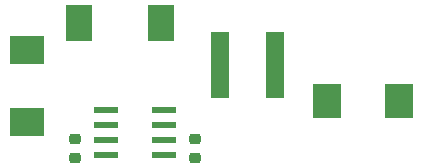
<source format=gtp>
%TF.GenerationSoftware,KiCad,Pcbnew,(6.99.0)*%
%TF.CreationDate,2023-03-13T14:23:59-07:00*%
%TF.ProjectId,emg-voltage-regulator,656d672d-766f-46c7-9461-67652d726567,rev?*%
%TF.SameCoordinates,Original*%
%TF.FileFunction,Paste,Top*%
%TF.FilePolarity,Positive*%
%FSLAX46Y46*%
G04 Gerber Fmt 4.6, Leading zero omitted, Abs format (unit mm)*
G04 Created by KiCad (PCBNEW (6.99.0)) date 2023-03-13 14:23:59*
%MOMM*%
%LPD*%
G01*
G04 APERTURE LIST*
G04 Aperture macros list*
%AMRoundRect*
0 Rectangle with rounded corners*
0 $1 Rounding radius*
0 $2 $3 $4 $5 $6 $7 $8 $9 X,Y pos of 4 corners*
0 Add a 4 corners polygon primitive as box body*
4,1,4,$2,$3,$4,$5,$6,$7,$8,$9,$2,$3,0*
0 Add four circle primitives for the rounded corners*
1,1,$1+$1,$2,$3*
1,1,$1+$1,$4,$5*
1,1,$1+$1,$6,$7*
1,1,$1+$1,$8,$9*
0 Add four rect primitives between the rounded corners*
20,1,$1+$1,$2,$3,$4,$5,0*
20,1,$1+$1,$4,$5,$6,$7,0*
20,1,$1+$1,$6,$7,$8,$9,0*
20,1,$1+$1,$8,$9,$2,$3,0*%
G04 Aperture macros list end*
%ADD10RoundRect,0.225000X-0.250000X0.225000X-0.250000X-0.225000X0.250000X-0.225000X0.250000X0.225000X0*%
%ADD11R,2.400000X2.900000*%
%ADD12RoundRect,0.041300X-0.943700X-0.253700X0.943700X-0.253700X0.943700X0.253700X-0.943700X0.253700X0*%
%ADD13R,1.600000X5.700000*%
%ADD14R,2.900000X2.400000*%
%ADD15R,2.250000X3.120000*%
%ADD16RoundRect,0.225000X0.250000X-0.225000X0.250000X0.225000X-0.250000X0.225000X-0.250000X-0.225000X0*%
G04 APERTURE END LIST*
D10*
%TO.C,C2*%
X21336000Y-14719000D03*
X21336000Y-16269000D03*
%TD*%
D11*
%TO.C,C1*%
X32510000Y-11430000D03*
X38610000Y-11430000D03*
%TD*%
D12*
%TO.C,U1*%
X13781000Y-12192000D03*
X13781000Y-13462000D03*
X13781000Y-14732000D03*
X13781000Y-16002000D03*
X18731000Y-16002000D03*
X18731000Y-14732000D03*
X18731000Y-13462000D03*
X18731000Y-12192000D03*
%TD*%
D13*
%TO.C,L1*%
X23431000Y-8382000D03*
X28131000Y-8382000D03*
%TD*%
D14*
%TO.C,C4*%
X7112000Y-13210000D03*
X7112000Y-7110000D03*
%TD*%
D15*
%TO.C,D1*%
X11512500Y-4826000D03*
X18422500Y-4826000D03*
%TD*%
D16*
%TO.C,C3*%
X11176000Y-16269000D03*
X11176000Y-14719000D03*
%TD*%
M02*

</source>
